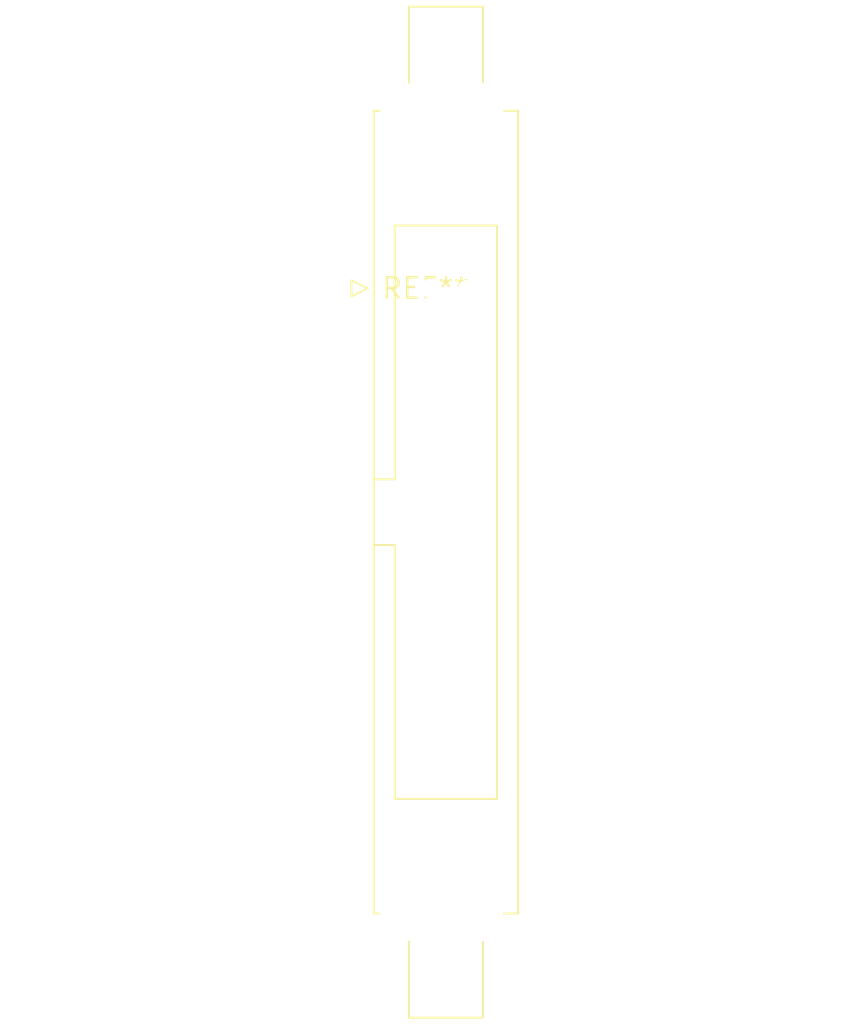
<source format=kicad_pcb>
(kicad_pcb (version 20240108) (generator pcbnew)
  (layers (0 "F.Cu" signal) (31 "B.Cu" signal) (34 "B.Paste" user) (35 "F.Paste" user) (36 "B.SilkS" user "B.Silkscreen") (37 "F.SilkS" user "F.Silkscreen") (38 "B.Mask" user) (39 "F.Mask" user) (44 "Edge.Cuts" user))
  (net 0 "")
  (footprint "IDC-Header_2x12-1MP_P2.54mm_Latch6.5mm_Vertical" (layer "F.Cu") (at 0 0)
    (property "Reference" "REF**")
    (property "Value" "IDC-Header_2x12-1MP_P2.54mm_Latch6.5mm_Vertical")
    (fp_line (start -4.63 -0.5) (end -4.63 0.5) (layer "F.SilkS") (stroke (width 0.12)))
    (fp_line (start -4.63 0.5) (end -3.63 0) (layer "F.SilkS") (stroke (width 0.12)))
    (fp_line (start -3.63 0) (end -4.63 -0.5) (layer "F.SilkS") (stroke (width 0.12)))
    (fp_line (start -3.24 -11.08) (end -3.24 39.02) (layer "F.SilkS") (stroke (width 0.12)))
    (fp_line (start -3.24 11.92) (end -1.93 11.92) (layer "F.SilkS") (stroke (width 0.12)))
    (fp_line (start -3.24 39.02) (end -2.87 39.02) (layer "F.SilkS") (stroke (width 0.12)))
    (fp_line (start -2.87 -11.08) (end -3.24 -11.08) (layer "F.SilkS") (stroke (width 0.12)))
    (fp_line (start -1.93 -3.92) (end 4.47 -3.92) (layer "F.SilkS") (stroke (width 0.12)))
    (fp_line (start -1.93 11.92) (end -1.93 -3.92) (layer "F.SilkS") (stroke (width 0.12)))
    (fp_line (start -1.93 16.02) (end -3.24 16.02) (layer "F.SilkS") (stroke (width 0.12)))
    (fp_line (start -1.93 16.02) (end -1.93 16.02) (layer "F.SilkS") (stroke (width 0.12)))
    (fp_line (start -1.93 31.86) (end -1.93 16.02) (layer "F.SilkS") (stroke (width 0.12)))
    (fp_line (start -1.04 -17.58) (end 3.58 -17.58) (layer "F.SilkS") (stroke (width 0.12)))
    (fp_line (start -1.04 -12.83) (end -1.04 -17.58) (layer "F.SilkS") (stroke (width 0.12)))
    (fp_line (start -1.04 40.77) (end -1.04 45.52) (layer "F.SilkS") (stroke (width 0.12)))
    (fp_line (start -1.04 45.52) (end 3.58 45.52) (layer "F.SilkS") (stroke (width 0.12)))
    (fp_line (start 3.58 -17.58) (end 3.58 -12.83) (layer "F.SilkS") (stroke (width 0.12)))
    (fp_line (start 3.58 45.52) (end 3.58 40.77) (layer "F.SilkS") (stroke (width 0.12)))
    (fp_line (start 4.47 -3.92) (end 4.47 31.86) (layer "F.SilkS") (stroke (width 0.12)))
    (fp_line (start 4.47 31.86) (end -1.93 31.86) (layer "F.SilkS") (stroke (width 0.12)))
    (fp_line (start 4.91 -11.08) (end 5.78 -11.08) (layer "F.SilkS") (stroke (width 0.12)))
    (fp_line (start 5.78 -11.08) (end 5.78 39.02) (layer "F.SilkS") (stroke (width 0.12)))
    (fp_line (start 5.78 39.02) (end 4.91 39.02) (layer "F.SilkS") (stroke (width 0.12)))
    (pad "1" thru_hole roundrect (at 0 0) (size 1.7 1.7) (drill 1) (layers *.Cu *.Mask) (remove_unused_layers) (roundrect_rratio 0.147059))
    (pad "2" thru_hole circle (at 2.54 0) (size 1.7 1.7) (drill 1) (layers *.Cu *.Mask) (remove_unused_layers))
    (pad "3" thru_hole circle (at 0 2.54) (size 1.7 1.7) (drill 1) (layers *.Cu *.Mask) (remove_unused_layers))
    (pad "4" thru_hole circle (at 2.54 2.54) (size 1.7 1.7) (drill 1) (layers *.Cu *.Mask) (remove_unused_layers))
    (pad "5" thru_hole circle (at 0 5.08) (size 1.7 1.7) (drill 1) (layers *.Cu *.Mask) (remove_unused_layers))
    (pad "6" thru_hole circle (at 2.54 5.08) (size 1.7 1.7) (drill 1) (layers *.Cu *.Mask) (remove_unused_layers))
    (pad "7" thru_hole circle (at 0 7.62) (size 1.7 1.7) (drill 1) (layers *.Cu *.Mask) (remove_unused_layers))
    (pad "8" thru_hole circle (at 2.54 7.62) (size 1.7 1.7) (drill 1) (layers *.Cu *.Mask) (remove_unused_layers))
    (pad "9" thru_hole circle (at 0 10.16) (size 1.7 1.7) (drill 1) (layers *.Cu *.Mask) (remove_unused_layers))
    (pad "10" thru_hole circle (at 2.54 10.16) (size 1.7 1.7) (drill 1) (layers *.Cu *.Mask) (remove_unused_layers))
    (pad "11" thru_hole circle (at 0 12.7) (size 1.7 1.7) (drill 1) (layers *.Cu *.Mask) (remove_unused_layers))
    (pad "12" thru_hole circle (at 2.54 12.7) (size 1.7 1.7) (drill 1) (layers *.Cu *.Mask) (remove_unused_layers))
    (pad "13" thru_hole circle (at 0 15.24) (size 1.7 1.7) (drill 1) (layers *.Cu *.Mask) (remove_unused_layers))
    (pad "14" thru_hole circle (at 2.54 15.24) (size 1.7 1.7) (drill 1) (layers *.Cu *.Mask) (remove_unused_layers))
    (pad "15" thru_hole circle (at 0 17.78) (size 1.7 1.7) (drill 1) (layers *.Cu *.Mask) (remove_unused_layers))
    (pad "16" thru_hole circle (at 2.54 17.78) (size 1.7 1.7) (drill 1) (layers *.Cu *.Mask) (remove_unused_layers))
    (pad "17" thru_hole circle (at 0 20.32) (size 1.7 1.7) (drill 1) (layers *.Cu *.Mask) (remove_unused_layers))
    (pad "18" thru_hole circle (at 2.54 20.32) (size 1.7 1.7) (drill 1) (layers *.Cu *.Mask) (remove_unused_layers))
    (pad "19" thru_hole circle (at 0 22.86) (size 1.7 1.7) (drill 1) (layers *.Cu *.Mask) (remove_unused_layers))
    (pad "20" thru_hole circle (at 2.54 22.86) (size 1.7 1.7) (drill 1) (layers *.Cu *.Mask) (remove_unused_layers))
    (pad "21" thru_hole circle (at 0 25.4) (size 1.7 1.7) (drill 1) (layers *.Cu *.Mask) (remove_unused_layers))
    (pad "22" thru_hole circle (at 2.54 25.4) (size 1.7 1.7) (drill 1) (layers *.Cu *.Mask) (remove_unused_layers))
    (pad "23" thru_hole circle (at 0 27.94) (size 1.7 1.7) (drill 1) (layers *.Cu *.Mask) (remove_unused_layers))
    (pad "24" thru_hole circle (at 2.54 27.94) (size 1.7 1.7) (drill 1) (layers *.Cu *.Mask) (remove_unused_layers))
    (pad "MP" thru_hole circle (at 1.02 -8.94) (size 8 8) (drill 2.69) (layers *.Cu *.Mask) (remove_unused_layers))
    (pad "MP" thru_hole circle (at 1.02 36.88) (size 8 8) (drill 2.69) (layers *.Cu *.Mask) (remove_unused_layers))
  )
)
</source>
